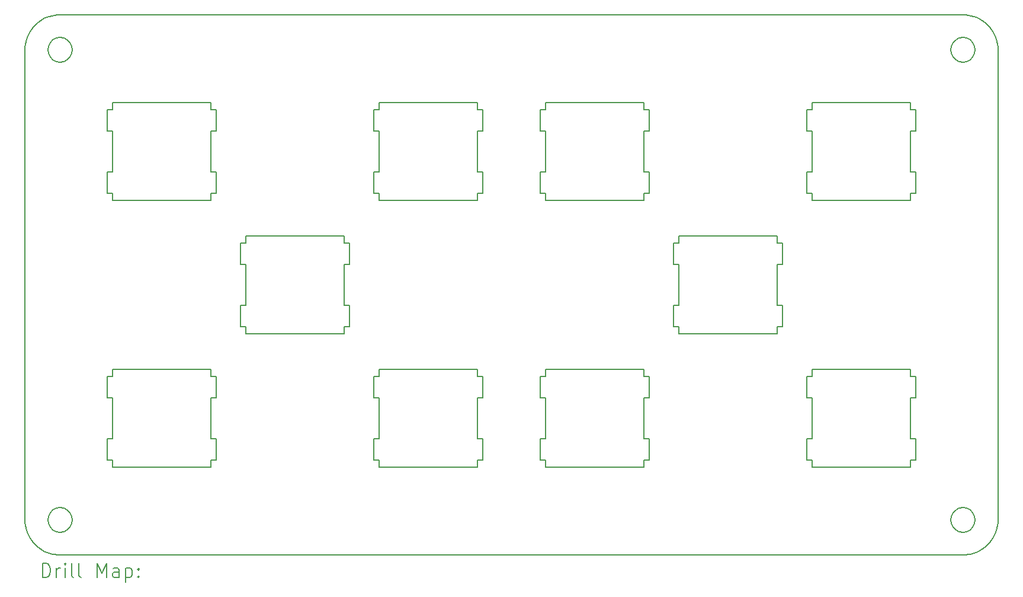
<source format=gbr>
%TF.GenerationSoftware,KiCad,Pcbnew,(6.0.8)*%
%TF.CreationDate,2022-10-26T23:53:49-06:00*%
%TF.ProjectId,plate,706c6174-652e-46b6-9963-61645f706362,rev?*%
%TF.SameCoordinates,Original*%
%TF.FileFunction,Drillmap*%
%TF.FilePolarity,Positive*%
%FSLAX45Y45*%
G04 Gerber Fmt 4.5, Leading zero omitted, Abs format (unit mm)*
G04 Created by KiCad (PCBNEW (6.0.8)) date 2022-10-26 23:53:49*
%MOMM*%
%LPD*%
G01*
G04 APERTURE LIST*
%ADD10C,0.188976*%
%ADD11C,0.200000*%
G04 APERTURE END LIST*
D10*
X17396000Y-9503900D02*
X17396000Y-9503900D01*
X17396000Y-9193900D02*
X17316000Y-9193900D01*
X8048800Y-6397100D02*
X8053400Y-6358100D01*
X15491000Y-12398900D02*
X16891000Y-12398900D01*
X13029800Y-7288900D02*
X13029800Y-7288900D01*
X8048800Y-13190700D02*
X8047200Y-13151400D01*
X8380800Y-6382300D02*
X8380800Y-6382300D01*
X21350700Y-13293000D02*
X21350700Y-13293000D01*
X21595199Y-6333500D02*
X21556500Y-6294800D01*
X10699800Y-8588900D02*
X10699800Y-8588900D01*
X21492799Y-13649900D02*
X21492799Y-13649900D01*
X8469000Y-13645300D02*
X8469000Y-13645300D01*
X11204700Y-10083900D02*
X11124800Y-10083900D01*
X8547300Y-6261400D02*
X8547300Y-6261400D01*
X21747500Y-13556000D02*
X21747500Y-13556000D01*
X8508000Y-13649900D02*
X8469000Y-13645300D01*
X14509799Y-7188900D02*
X14509799Y-7188900D01*
X18876000Y-9193900D02*
X18796000Y-9193900D01*
X15491000Y-8178800D02*
X15491000Y-8178800D01*
X9299800Y-11408900D02*
X9299800Y-11408900D01*
X12684700Y-9193900D02*
X12604700Y-9193900D01*
X14509799Y-7598900D02*
X14589800Y-7598900D01*
X8048800Y-6397100D02*
X8048800Y-6397100D01*
X16891000Y-12398900D02*
X16891000Y-12398900D01*
X13109799Y-8588900D02*
X14509799Y-8588900D01*
X8053400Y-6358100D02*
X8053400Y-6358100D01*
X19221000Y-11408900D02*
X19301000Y-11408900D01*
X8047200Y-13151400D02*
X8047200Y-13151400D01*
X14509799Y-8488900D02*
X14589800Y-8488900D01*
X16971000Y-8178800D02*
X16971000Y-8178800D01*
X16891000Y-7288900D02*
X16891000Y-7288900D01*
X15491000Y-8588900D02*
X15491000Y-8588900D01*
X15491000Y-8488900D02*
X15491000Y-8488900D01*
X10699800Y-10998900D02*
X9299800Y-10998900D01*
X21507699Y-13317900D02*
X21556500Y-13293000D01*
X21556500Y-6294800D02*
X21556500Y-6294800D01*
X8142700Y-6142500D02*
X8167000Y-6111600D01*
X21929100Y-6281800D02*
X21939799Y-6319600D01*
X20780999Y-8178800D02*
X20700999Y-8178800D01*
X10699800Y-12298900D02*
X10779600Y-12298900D01*
X8101700Y-6209400D02*
X8120900Y-6175100D01*
X11204700Y-9503900D02*
X11204700Y-9503900D01*
X11124800Y-10393900D02*
X11204700Y-10393900D01*
X20700999Y-10998900D02*
X20700999Y-10998900D01*
X17396000Y-10493900D02*
X17396000Y-10493900D01*
X10779600Y-11408900D02*
X10779600Y-11098900D01*
X8222500Y-6056100D02*
X8253400Y-6031800D01*
X9299800Y-12398900D02*
X10699800Y-12398900D01*
X21287199Y-13205500D02*
X21287199Y-13205500D01*
X17396000Y-10493900D02*
X18796000Y-10493900D01*
X8142700Y-13445300D02*
X8120900Y-13412700D01*
X8405700Y-13254300D02*
X8444400Y-13293000D01*
X21287199Y-6490400D02*
X21311999Y-6539200D01*
X8405700Y-6333500D02*
X8405700Y-6333500D01*
X8469000Y-5942500D02*
X8508000Y-5937900D01*
X8469000Y-13645300D02*
X8430500Y-13637600D01*
X13109799Y-12298900D02*
X13109799Y-12298900D01*
X9219700Y-11988900D02*
X9219700Y-11988900D01*
X14509799Y-12398900D02*
X14509799Y-12298900D01*
X15491000Y-12298900D02*
X15491000Y-12398900D01*
X21879899Y-6175100D02*
X21879899Y-6175100D01*
X21287199Y-13097400D02*
X21287199Y-13097400D01*
X21915500Y-6245000D02*
X21915500Y-6245000D01*
X14589800Y-8488900D02*
X14589800Y-8488900D01*
X15411000Y-11098900D02*
X15411000Y-11408900D01*
X12604700Y-10083900D02*
X12604700Y-9503900D01*
X19301000Y-7288900D02*
X19221000Y-7288900D01*
X21833799Y-6111600D02*
X21833799Y-6111600D01*
X21595199Y-13254300D02*
X21619999Y-13205500D01*
X10699800Y-11408900D02*
X10779600Y-11408900D01*
X21833799Y-6111600D02*
X21858099Y-6142500D01*
X21287199Y-6382300D02*
X21278599Y-6436400D01*
X8120900Y-13412700D02*
X8120900Y-13412700D01*
X15491000Y-11098900D02*
X15491000Y-11098900D01*
X8405700Y-6333500D02*
X8380800Y-6382300D01*
X10699800Y-8178800D02*
X10699800Y-7598900D01*
X21833799Y-13476200D02*
X21833799Y-13476200D01*
X21507699Y-6269900D02*
X21453599Y-6261400D01*
X8547300Y-6611400D02*
X8601300Y-6602800D01*
X8547300Y-5936300D02*
X21453599Y-5936400D01*
X8085300Y-13342800D02*
X8085300Y-13342800D01*
X16891000Y-8178800D02*
X16891000Y-8178800D01*
X10779600Y-7288900D02*
X10779600Y-7288900D01*
X18876000Y-10393900D02*
X18876000Y-10083900D01*
X8355900Y-5974400D02*
X8355900Y-5974400D01*
X21287199Y-6382300D02*
X21287199Y-6382300D01*
X21899099Y-6209400D02*
X21915500Y-6245000D01*
X21350700Y-13009900D02*
X21350700Y-13009900D01*
X21953599Y-13151500D02*
X21953599Y-13151500D01*
X21595199Y-6539200D02*
X21619999Y-6490400D01*
X12604700Y-10493900D02*
X12604700Y-10393900D01*
X21778300Y-6056100D02*
X21807200Y-6082800D01*
X18876000Y-10083900D02*
X18796000Y-10083900D01*
X10779600Y-12298900D02*
X10779600Y-11988900D01*
X8380800Y-13097400D02*
X8380800Y-13097400D01*
X10699800Y-11988900D02*
X10699800Y-11988900D01*
X18796000Y-9193900D02*
X18796000Y-9193900D01*
X20700999Y-11408900D02*
X20700999Y-11408900D01*
X21350700Y-6294800D02*
X21350700Y-6294800D01*
X21619999Y-6490400D02*
X21628599Y-6436400D01*
X8085300Y-6245000D02*
X8101700Y-6209400D01*
X8508000Y-5937900D02*
X8547300Y-5936300D01*
X8380800Y-6490400D02*
X8380800Y-6490400D01*
X14509799Y-8588900D02*
X14509799Y-8488900D01*
X21628599Y-13151500D02*
X21619999Y-13097400D01*
X21644900Y-5974400D02*
X21644900Y-5974400D01*
X8320300Y-5990800D02*
X8355900Y-5974400D01*
X21531799Y-13645300D02*
X21531799Y-13645300D01*
X9299800Y-7288900D02*
X9299800Y-7288900D01*
X13109799Y-8178800D02*
X13029800Y-8178800D01*
X21858099Y-6142500D02*
X21879899Y-6175100D01*
X19301000Y-7188900D02*
X19301000Y-7288900D01*
X9299800Y-10998900D02*
X9299800Y-11098900D01*
X21399499Y-6602800D02*
X21399499Y-6602800D01*
X8053400Y-6358100D02*
X8061100Y-6319600D01*
X8071700Y-6281800D02*
X8085300Y-6245000D01*
X14509799Y-10998900D02*
X13109799Y-10998900D01*
X8547300Y-12976500D02*
X8493200Y-12985000D01*
X8047300Y-6436400D02*
X8048800Y-6397100D01*
X18876000Y-9503900D02*
X18876000Y-9503900D01*
X21531799Y-5942500D02*
X21531799Y-5942500D01*
X8355900Y-5974400D02*
X8392700Y-5960800D01*
X21929100Y-13306000D02*
X21915500Y-13342800D01*
X21453599Y-6261400D02*
X21399499Y-6269900D01*
X8444400Y-6294800D02*
X8405700Y-6333500D01*
X11124800Y-9193900D02*
X11124800Y-9503900D01*
X21644900Y-5974400D02*
X21680600Y-5990800D01*
X8601300Y-6269900D02*
X8547300Y-6261400D01*
X10699800Y-8588900D02*
X10699800Y-8488900D01*
X21952099Y-13190700D02*
X21952099Y-13190700D01*
X11204700Y-9193900D02*
X11124800Y-9193900D01*
X8372300Y-13151500D02*
X8380800Y-13205500D01*
X8601300Y-6602800D02*
X8650100Y-6577900D01*
X13109799Y-11098900D02*
X13109799Y-11098900D01*
X18876000Y-9503900D02*
X18876000Y-9193900D01*
X8547300Y-13326500D02*
X8547300Y-13326500D01*
X21939799Y-13268200D02*
X21929100Y-13306000D01*
X8380800Y-6490400D02*
X8405700Y-6539200D01*
X18876000Y-9193900D02*
X18876000Y-9193900D01*
X8167000Y-6111600D02*
X8167000Y-6111600D01*
X15491000Y-7288900D02*
X15491000Y-7288900D01*
X19301000Y-12298900D02*
X19301000Y-12398900D01*
X20700999Y-7288900D02*
X20700999Y-7188900D01*
X9219700Y-7598900D02*
X9299800Y-7598900D01*
X20700999Y-7598900D02*
X20700999Y-7598900D01*
X15491000Y-7288900D02*
X15411000Y-7288900D01*
X21350700Y-13009900D02*
X21311999Y-13048600D01*
X8193700Y-13505000D02*
X8193700Y-13505000D01*
X17396000Y-10393900D02*
X17396000Y-10393900D01*
X8713700Y-6382300D02*
X8713700Y-6382300D01*
X8142700Y-6142500D02*
X8142700Y-6142500D01*
X8547300Y-13651500D02*
X8547300Y-13651500D01*
X21278599Y-6436400D02*
X21278599Y-6436400D01*
X11124800Y-9193900D02*
X11124800Y-9193900D01*
X8405700Y-6539200D02*
X8405700Y-6539200D01*
X8601300Y-6269900D02*
X8601300Y-6269900D01*
X21278599Y-6436400D02*
X21287199Y-6490400D01*
X10699800Y-7288900D02*
X10699800Y-7288900D01*
X14589800Y-11408900D02*
X14589800Y-11098900D01*
X19301000Y-12298900D02*
X19301000Y-12298900D01*
X16891000Y-11408900D02*
X16891000Y-11408900D01*
X14509799Y-10998900D02*
X14509799Y-10998900D01*
X16971000Y-7288900D02*
X16891000Y-7288900D01*
X8405700Y-13048600D02*
X8380800Y-13097400D01*
X13109799Y-12398900D02*
X13109799Y-12398900D01*
X16971000Y-11098900D02*
X16971000Y-11098900D01*
X12684700Y-10393900D02*
X12684700Y-10393900D01*
X16971000Y-11988900D02*
X16971000Y-11988900D01*
X11124800Y-9503900D02*
X11204700Y-9503900D01*
X15491000Y-12398900D02*
X15491000Y-12398900D01*
X20780999Y-11408900D02*
X20780999Y-11408900D01*
X21531799Y-13645300D02*
X21492799Y-13649900D01*
X13109799Y-11408900D02*
X13109799Y-11408900D01*
X21507699Y-12985000D02*
X21507699Y-12985000D01*
X21879899Y-6175100D02*
X21899099Y-6209400D01*
X9219700Y-12298900D02*
X9299800Y-12298900D01*
X8430500Y-13637600D02*
X8392700Y-13627000D01*
X9219700Y-7288900D02*
X9219700Y-7598900D01*
X21833799Y-13476200D02*
X21807200Y-13505000D01*
X21350700Y-13293000D02*
X21399499Y-13317900D01*
X21595199Y-6539200D02*
X21595199Y-6539200D01*
X8193700Y-13505000D02*
X8167000Y-13476200D01*
X13029800Y-7288900D02*
X13029800Y-7598900D01*
X13109799Y-8588900D02*
X13109799Y-8588900D01*
X19301000Y-7598900D02*
X19301000Y-8178800D01*
X11124800Y-9503900D02*
X11124800Y-9503900D01*
X15411000Y-7598900D02*
X15411000Y-7598900D01*
X16891000Y-11098900D02*
X16891000Y-10998900D01*
X8601300Y-13317900D02*
X8650100Y-13293000D01*
X9299800Y-7598900D02*
X9299800Y-8178800D01*
X14509799Y-8588900D02*
X14509799Y-8588900D01*
X8380800Y-6382300D02*
X8372300Y-6436400D01*
X14589800Y-12298900D02*
X14589800Y-11988900D01*
X16971000Y-7598900D02*
X16971000Y-7288900D01*
X8444400Y-13009900D02*
X8444400Y-13009900D01*
X19301000Y-8488900D02*
X19301000Y-8488900D01*
X18796000Y-9093900D02*
X18796000Y-9093900D01*
X8101700Y-6209400D02*
X8101700Y-6209400D01*
X10779600Y-12298900D02*
X10779600Y-12298900D01*
X21570300Y-5950200D02*
X21608099Y-5960800D01*
X21899099Y-6209400D02*
X21899099Y-6209400D01*
X16891000Y-7288900D02*
X16891000Y-7188900D01*
X21453599Y-12976500D02*
X21453599Y-12976500D01*
X18796000Y-10393900D02*
X18796000Y-10393900D01*
X20700999Y-12298900D02*
X20700999Y-12298900D01*
X15491000Y-11408900D02*
X15491000Y-11988900D01*
X21952099Y-6397100D02*
X21952099Y-6397100D01*
X9299800Y-11098900D02*
X9219700Y-11098900D01*
X8355900Y-13613400D02*
X8320300Y-13597000D01*
X21899099Y-13378400D02*
X21899099Y-13378400D01*
X10699800Y-7598900D02*
X10699800Y-7598900D01*
X8722300Y-6436400D02*
X8713700Y-6382300D01*
X15491000Y-8588900D02*
X16891000Y-8588900D01*
X8120900Y-13412700D02*
X8101700Y-13378400D01*
X19301000Y-11988900D02*
X19301000Y-11988900D01*
X9299800Y-8588900D02*
X9299800Y-8588900D01*
X21570300Y-5950200D02*
X21570300Y-5950200D01*
X20700999Y-11988900D02*
X20700999Y-11988900D01*
X19301000Y-8178800D02*
X19301000Y-8178800D01*
X13029800Y-12298900D02*
X13029800Y-12298900D01*
X20700999Y-11988900D02*
X20700999Y-11408900D01*
X10779600Y-8488900D02*
X10779600Y-8178800D01*
X21311999Y-6539200D02*
X21311999Y-6539200D01*
X8286000Y-6010000D02*
X8320300Y-5990800D01*
X15491000Y-8178800D02*
X15411000Y-8178800D01*
X9299800Y-11098900D02*
X9299800Y-11098900D01*
X8508000Y-13649900D02*
X8508000Y-13649900D01*
X13109799Y-11098900D02*
X13029800Y-11098900D01*
X18796000Y-9093900D02*
X17396000Y-9093900D01*
X15411000Y-7288900D02*
X15411000Y-7288900D01*
X8688800Y-6333500D02*
X8688800Y-6333500D01*
X17316000Y-10083900D02*
X17316000Y-10393900D01*
X13029800Y-8488900D02*
X13029800Y-8488900D01*
X21595199Y-13048600D02*
X21556500Y-13009900D01*
X10699800Y-11988900D02*
X10699800Y-11408900D01*
X20780999Y-11988900D02*
X20780999Y-11988900D01*
X8071700Y-13306000D02*
X8061100Y-13268200D01*
X15491000Y-11098900D02*
X15411000Y-11098900D01*
X15411000Y-8488900D02*
X15411000Y-8488900D01*
X13029800Y-11988900D02*
X13029800Y-12298900D01*
X8493200Y-13317900D02*
X8493200Y-13317900D01*
X14509799Y-11988900D02*
X14509799Y-11408900D01*
X17396000Y-9093900D02*
X17396000Y-9193900D01*
X8320300Y-13597000D02*
X8286000Y-13577800D01*
X8320300Y-13597000D02*
X8320300Y-13597000D01*
X8101700Y-13378400D02*
X8085300Y-13342800D01*
X17396000Y-9503900D02*
X17396000Y-10083900D01*
X19221000Y-11098900D02*
X19221000Y-11408900D01*
X9299800Y-11988900D02*
X9219700Y-11988900D01*
X21747500Y-6031800D02*
X21747500Y-6031800D01*
X14589800Y-11098900D02*
X14509799Y-11098900D01*
X13029800Y-8178800D02*
X13029800Y-8178800D01*
X21492799Y-5937900D02*
X21492799Y-5937900D01*
X9299800Y-7598900D02*
X9299800Y-7598900D01*
X15411000Y-12298900D02*
X15411000Y-12298900D01*
X20780999Y-7598900D02*
X20780999Y-7598900D01*
X16891000Y-8488900D02*
X16891000Y-8488900D01*
X15491000Y-11988900D02*
X15411000Y-11988900D01*
X21714799Y-6010000D02*
X21747500Y-6031800D01*
X8392700Y-13627000D02*
X8392700Y-13627000D01*
X8722300Y-13151500D02*
X8722300Y-13151500D01*
X8085300Y-6245000D02*
X8085300Y-6245000D01*
X14509799Y-11098900D02*
X14509799Y-10998900D01*
X14589800Y-8178800D02*
X14509799Y-8178800D01*
X9299800Y-8178800D02*
X9299800Y-8178800D01*
X8713700Y-6490400D02*
X8713700Y-6490400D01*
X16891000Y-12398900D02*
X16891000Y-12298900D01*
X21570300Y-13637600D02*
X21570300Y-13637600D01*
X9219700Y-8488900D02*
X9299800Y-8488900D01*
X21311999Y-13254300D02*
X21350700Y-13293000D01*
X12604700Y-9093900D02*
X12604700Y-9093900D01*
X8222500Y-13531700D02*
X8193700Y-13505000D01*
X15411000Y-11098900D02*
X15411000Y-11098900D01*
X13029800Y-12298900D02*
X13109799Y-12298900D01*
X15491000Y-7598900D02*
X15491000Y-7598900D01*
X15411000Y-7288900D02*
X15411000Y-7598900D01*
X12684700Y-9503900D02*
X12684700Y-9503900D01*
X21399499Y-12985000D02*
X21350700Y-13009900D01*
X19301000Y-11988900D02*
X19221000Y-11988900D01*
X14589800Y-11098900D02*
X14589800Y-11098900D01*
X10699800Y-7288900D02*
X10699800Y-7188900D01*
X19301000Y-10998900D02*
X19301000Y-11098900D01*
X19221000Y-12298900D02*
X19221000Y-12298900D01*
X15491000Y-7188900D02*
X15491000Y-7288900D01*
X15411000Y-8178800D02*
X15411000Y-8488900D01*
X20780999Y-12298900D02*
X20780999Y-12298900D01*
X18796000Y-10083900D02*
X18796000Y-10083900D01*
X11124800Y-10393900D02*
X11124800Y-10393900D01*
X9299800Y-11408900D02*
X9299800Y-11988900D01*
X9299800Y-8488900D02*
X9299800Y-8488900D01*
X16971000Y-11098900D02*
X16891000Y-11098900D01*
X16971000Y-11408900D02*
X16971000Y-11098900D01*
X19221000Y-11988900D02*
X19221000Y-12298900D01*
X19301000Y-12398900D02*
X20700999Y-12398900D01*
X10699800Y-11098900D02*
X10699800Y-11098900D01*
X8320300Y-5990800D02*
X8320300Y-5990800D01*
X8688800Y-6333500D02*
X8650100Y-6294800D01*
X14589800Y-7288900D02*
X14589800Y-7288900D01*
X13109799Y-12298900D02*
X13109799Y-12398900D01*
X21947400Y-13229700D02*
X21947400Y-13229700D01*
X20700999Y-12298900D02*
X20780999Y-12298900D01*
X17316000Y-10393900D02*
X17396000Y-10393900D01*
X11204700Y-10493900D02*
X11204700Y-10493900D01*
X21680600Y-13597000D02*
X21680600Y-13597000D01*
X15491000Y-11408900D02*
X15491000Y-11408900D01*
X16891000Y-7188900D02*
X15491000Y-7188900D01*
X11124800Y-10083900D02*
X11124800Y-10083900D01*
X11204700Y-10083900D02*
X11204700Y-10083900D01*
X21939799Y-6319600D02*
X21939799Y-6319600D01*
X8469000Y-5942500D02*
X8469000Y-5942500D01*
X16891000Y-7598900D02*
X16891000Y-7598900D01*
X21453599Y-13651500D02*
X8547300Y-13651500D01*
X15491000Y-7598900D02*
X15491000Y-8178800D01*
X8493200Y-6602800D02*
X8547300Y-6611400D01*
X8650100Y-6294800D02*
X8601300Y-6269900D01*
X8053400Y-13229700D02*
X8053400Y-13229700D01*
X8193700Y-6082800D02*
X8193700Y-6082800D01*
X20700999Y-11098900D02*
X20700999Y-11098900D01*
X13029800Y-11098900D02*
X13029800Y-11408900D01*
X8061100Y-13268200D02*
X8061100Y-13268200D01*
X12684700Y-10083900D02*
X12684700Y-10083900D01*
X21858099Y-13445300D02*
X21833799Y-13476200D01*
X10779600Y-11988900D02*
X10779600Y-11988900D01*
X16891000Y-12298900D02*
X16971000Y-12298900D01*
X11124800Y-10083900D02*
X11124800Y-10393900D01*
X8547300Y-6611400D02*
X8547300Y-6611400D01*
X8048800Y-13190700D02*
X8048800Y-13190700D01*
X8167000Y-13476200D02*
X8142700Y-13445300D01*
X20780999Y-7288900D02*
X20780999Y-7288900D01*
X21807200Y-13505000D02*
X21778300Y-13531700D01*
X21619999Y-6382300D02*
X21619999Y-6382300D01*
X15491000Y-11988900D02*
X15491000Y-11988900D01*
X8601300Y-13317900D02*
X8601300Y-13317900D01*
X8430500Y-5950200D02*
X8430500Y-5950200D01*
X8253400Y-13556000D02*
X8253400Y-13556000D01*
X19301000Y-11098900D02*
X19301000Y-11098900D01*
X16891000Y-7188900D02*
X16891000Y-7188900D01*
X19301000Y-7288900D02*
X19301000Y-7288900D01*
X8444400Y-13293000D02*
X8444400Y-13293000D01*
X17316000Y-9503900D02*
X17316000Y-9503900D01*
X12684700Y-9193900D02*
X12684700Y-9193900D01*
X14509799Y-8178800D02*
X14509799Y-7598900D01*
X16891000Y-11098900D02*
X16891000Y-11098900D01*
X12684700Y-10393900D02*
X12684700Y-10083900D01*
X8071700Y-13306000D02*
X8071700Y-13306000D01*
X8713700Y-6382300D02*
X8688800Y-6333500D01*
X20700999Y-8588900D02*
X20700999Y-8488900D01*
X21556500Y-6577900D02*
X21595199Y-6539200D01*
X21939799Y-13268200D02*
X21939799Y-13268200D01*
X13109799Y-11408900D02*
X13109799Y-11988900D01*
X8222500Y-13531700D02*
X8222500Y-13531700D01*
X19301000Y-11098900D02*
X19221000Y-11098900D01*
X21778300Y-13531700D02*
X21778300Y-13531700D01*
X19221000Y-11408900D02*
X19221000Y-11408900D01*
X9219700Y-7288900D02*
X9219700Y-7288900D01*
X21453599Y-6611400D02*
X21453599Y-6611400D01*
X14509799Y-12298900D02*
X14589800Y-12298900D01*
X14509799Y-11408900D02*
X14589800Y-11408900D01*
X21778300Y-13531700D02*
X21747500Y-13556000D01*
X8547300Y-12976500D02*
X8547300Y-12976500D01*
X14509799Y-7288900D02*
X14509799Y-7188900D01*
X21287199Y-13097400D02*
X21278599Y-13151500D01*
X20700999Y-8488900D02*
X20780999Y-8488900D01*
X14589800Y-7288900D02*
X14509799Y-7288900D01*
X21453599Y-6261400D02*
X21453599Y-6261400D01*
X8286000Y-13577800D02*
X8253400Y-13556000D01*
X8688800Y-13254300D02*
X8713700Y-13205500D01*
X14589800Y-11988900D02*
X14509799Y-11988900D01*
X21915500Y-13342800D02*
X21899099Y-13378400D01*
X16891000Y-11988900D02*
X16891000Y-11408900D01*
X18796000Y-10493900D02*
X18796000Y-10393900D01*
X21915500Y-13342800D02*
X21915500Y-13342800D01*
X21929100Y-6281800D02*
X21929100Y-6281800D01*
X18796000Y-9193900D02*
X18796000Y-9093900D01*
X8372300Y-6436400D02*
X8372300Y-6436400D01*
X20700999Y-7288900D02*
X20700999Y-7288900D01*
X13029800Y-8488900D02*
X13109799Y-8488900D01*
X20780999Y-7288900D02*
X20700999Y-7288900D01*
X19301000Y-11408900D02*
X19301000Y-11988900D01*
X21556500Y-13293000D02*
X21595199Y-13254300D01*
X18876000Y-10393900D02*
X18876000Y-10393900D01*
X21350700Y-6577900D02*
X21350700Y-6577900D01*
X10779600Y-11988900D02*
X10699800Y-11988900D01*
X9219700Y-11408900D02*
X9299800Y-11408900D01*
X15491000Y-8488900D02*
X15491000Y-8588900D01*
X21939799Y-6319600D02*
X21947400Y-6358100D01*
X20780999Y-7598900D02*
X20780999Y-7288900D01*
X8142700Y-13445300D02*
X8142700Y-13445300D01*
X20700999Y-7598900D02*
X20780999Y-7598900D01*
X11204700Y-10393900D02*
X11204700Y-10393900D01*
X14589800Y-8178800D02*
X14589800Y-8178800D01*
X14509799Y-8488900D02*
X14509799Y-8488900D01*
X19221000Y-8178800D02*
X19221000Y-8178800D01*
X11204700Y-10393900D02*
X11204700Y-10493900D01*
X18796000Y-9503900D02*
X18876000Y-9503900D01*
X18796000Y-10083900D02*
X18796000Y-9503900D01*
X8688800Y-13048600D02*
X8650100Y-13009900D01*
X8547300Y-5936300D02*
X8547300Y-5936300D01*
X21953599Y-6436400D02*
X21953599Y-13151500D01*
X8193700Y-6082800D02*
X8222500Y-6056100D01*
X13109799Y-7598900D02*
X13109799Y-8178800D01*
X9299800Y-7188900D02*
X9299800Y-7288900D01*
X19221000Y-7598900D02*
X19221000Y-7598900D01*
X9299800Y-12398900D02*
X9299800Y-12398900D01*
X8650100Y-13293000D02*
X8650100Y-13293000D01*
X20700999Y-10998900D02*
X19301000Y-10998900D01*
X21628599Y-6436400D02*
X21619999Y-6382300D01*
X10779600Y-8178800D02*
X10699800Y-8178800D01*
X9219700Y-7598900D02*
X9219700Y-7598900D01*
X14589800Y-12298900D02*
X14589800Y-12298900D01*
X20780999Y-8488900D02*
X20780999Y-8178800D01*
X9219700Y-11098900D02*
X9219700Y-11098900D01*
X21507699Y-6269900D02*
X21507699Y-6269900D01*
X12684700Y-10083900D02*
X12604700Y-10083900D01*
X21680600Y-5990800D02*
X21680600Y-5990800D01*
X20700999Y-8588900D02*
X20700999Y-8588900D01*
X8601300Y-12985000D02*
X8601300Y-12985000D01*
X21680600Y-5990800D02*
X21714799Y-6010000D01*
X19221000Y-11098900D02*
X19221000Y-11098900D01*
X8688800Y-6539200D02*
X8713700Y-6490400D01*
X8493200Y-6602800D02*
X8493200Y-6602800D01*
X9299800Y-11988900D02*
X9299800Y-11988900D01*
X9219700Y-11408900D02*
X9219700Y-11408900D01*
X21311999Y-13048600D02*
X21311999Y-13048600D01*
X16891000Y-12298900D02*
X16891000Y-12298900D01*
X20780999Y-12298900D02*
X20780999Y-11988900D01*
X13109799Y-7188900D02*
X13109799Y-7288900D01*
X20700999Y-11408900D02*
X20780999Y-11408900D01*
X21453599Y-6611400D02*
X21507699Y-6602800D01*
X21278599Y-13151500D02*
X21278599Y-13151500D01*
X21556500Y-6577900D02*
X21556500Y-6577900D01*
X10699800Y-10998900D02*
X10699800Y-10998900D01*
X21714799Y-13577800D02*
X21714799Y-13577800D01*
X13109799Y-11988900D02*
X13029800Y-11988900D01*
X14589800Y-11988900D02*
X14589800Y-11988900D01*
X15411000Y-8488900D02*
X15491000Y-8488900D01*
X21311999Y-6333500D02*
X21311999Y-6333500D01*
X20780999Y-11408900D02*
X20780999Y-11098900D01*
X15491000Y-12298900D02*
X15491000Y-12298900D01*
X8650100Y-6577900D02*
X8688800Y-6539200D01*
X8650100Y-6577900D02*
X8650100Y-6577900D01*
X18796000Y-10493900D02*
X18796000Y-10493900D01*
X19221000Y-11988900D02*
X19221000Y-11988900D01*
X14509799Y-12398900D02*
X14509799Y-12398900D01*
X16971000Y-8488900D02*
X16971000Y-8488900D01*
X21507699Y-12985000D02*
X21453599Y-12976500D01*
X21714799Y-13577800D02*
X21680600Y-13597000D01*
X8085300Y-13342800D02*
X8071700Y-13306000D01*
X8120900Y-6175100D02*
X8120900Y-6175100D01*
X13029800Y-11098900D02*
X13029800Y-11098900D01*
X20700999Y-12398900D02*
X20700999Y-12298900D01*
X21947400Y-6358100D02*
X21947400Y-6358100D01*
X8444400Y-13009900D02*
X8405700Y-13048600D01*
X10699800Y-12298900D02*
X10699800Y-12298900D01*
X8547300Y-13326500D02*
X8601300Y-13317900D01*
X13029800Y-11988900D02*
X13029800Y-11988900D01*
X15411000Y-11408900D02*
X15411000Y-11408900D01*
X12604700Y-9093900D02*
X11204700Y-9093900D01*
X16891000Y-10998900D02*
X16891000Y-10998900D01*
X19221000Y-7288900D02*
X19221000Y-7598900D01*
X15491000Y-10998900D02*
X15491000Y-11098900D01*
X10779600Y-7598900D02*
X10779600Y-7288900D01*
X8722300Y-13151500D02*
X8713700Y-13097400D01*
X15411000Y-11988900D02*
X15411000Y-12298900D01*
X20780999Y-11988900D02*
X20700999Y-11988900D01*
X21492799Y-5937900D02*
X21531799Y-5942500D01*
X21608099Y-5960800D02*
X21644900Y-5974400D01*
X20700999Y-8178800D02*
X20700999Y-7598900D01*
X9219700Y-11988900D02*
X9219700Y-12298900D01*
X16971000Y-8178800D02*
X16891000Y-8178800D01*
X21492799Y-13649900D02*
X21453599Y-13651500D01*
X17396000Y-10083900D02*
X17316000Y-10083900D01*
X16891000Y-11408900D02*
X16971000Y-11408900D01*
X21628599Y-6436400D02*
X21628599Y-6436400D01*
X16971000Y-11988900D02*
X16891000Y-11988900D01*
X20700999Y-8488900D02*
X20700999Y-8488900D01*
X21947400Y-13229700D02*
X21939799Y-13268200D01*
X8253400Y-13556000D02*
X8222500Y-13531700D01*
X10699800Y-7188900D02*
X10699800Y-7188900D01*
X21350700Y-6577900D02*
X21399499Y-6602800D01*
X21899099Y-13378400D02*
X21879899Y-13412700D01*
X8380800Y-13205500D02*
X8380800Y-13205500D01*
X13109799Y-8488900D02*
X13109799Y-8588900D01*
X12604700Y-10493900D02*
X12604700Y-10493900D01*
X21879899Y-13412700D02*
X21879899Y-13412700D01*
X8650100Y-13293000D02*
X8688800Y-13254300D01*
X13109799Y-11988900D02*
X13109799Y-11988900D01*
X21570300Y-13637600D02*
X21531799Y-13645300D01*
X17396000Y-10393900D02*
X17396000Y-10493900D01*
X10779600Y-11098900D02*
X10779600Y-11098900D01*
X10699800Y-12398900D02*
X10699800Y-12398900D01*
X8688800Y-6539200D02*
X8688800Y-6539200D01*
X12604700Y-10083900D02*
X12604700Y-10083900D01*
X21644900Y-13613400D02*
X21644900Y-13613400D01*
X11204700Y-9503900D02*
X11204700Y-10083900D01*
X8405700Y-13254300D02*
X8405700Y-13254300D01*
X17316000Y-9503900D02*
X17396000Y-9503900D01*
X14509799Y-7288900D02*
X14509799Y-7288900D01*
X14509799Y-7598900D02*
X14509799Y-7598900D01*
X13029800Y-8178800D02*
X13029800Y-8488900D01*
X8650100Y-6294800D02*
X8650100Y-6294800D01*
X8405700Y-13048600D02*
X8405700Y-13048600D01*
X16971000Y-7598900D02*
X16971000Y-7598900D01*
X9299800Y-12298900D02*
X9299800Y-12298900D01*
X8722300Y-6436400D02*
X8722300Y-6436400D01*
X21807200Y-13505000D02*
X21807200Y-13505000D01*
X14589800Y-7598900D02*
X14589800Y-7288900D01*
X14509799Y-11098900D02*
X14509799Y-11098900D01*
X21953599Y-13151500D02*
X21952099Y-13190700D01*
X8047200Y-13151400D02*
X8047300Y-6436400D01*
X17396000Y-10083900D02*
X17396000Y-10083900D01*
X21556500Y-13009900D02*
X21507699Y-12985000D01*
X21619999Y-6490400D02*
X21619999Y-6490400D01*
X10779600Y-11098900D02*
X10699800Y-11098900D01*
X8101700Y-13378400D02*
X8101700Y-13378400D01*
X8053400Y-13229700D02*
X8048800Y-13190700D01*
X17396000Y-9193900D02*
X17396000Y-9193900D01*
X21311999Y-6333500D02*
X21287199Y-6382300D01*
X8547300Y-6261400D02*
X8493200Y-6269900D01*
X8286000Y-13577800D02*
X8286000Y-13577800D01*
X13109799Y-7288900D02*
X13029800Y-7288900D01*
X21952099Y-13190700D02*
X21947400Y-13229700D01*
X8508000Y-5937900D02*
X8508000Y-5937900D01*
X21952099Y-6397100D02*
X21953599Y-6436400D01*
X9219700Y-8178800D02*
X9219700Y-8488900D01*
X14509799Y-7188900D02*
X13109799Y-7188900D01*
X8444400Y-6577900D02*
X8444400Y-6577900D01*
X20700999Y-8178800D02*
X20700999Y-8178800D01*
X19221000Y-7598900D02*
X19301000Y-7598900D01*
X19301000Y-8178800D02*
X19221000Y-8178800D01*
X21807200Y-6082800D02*
X21807200Y-6082800D01*
X19301000Y-8488900D02*
X19301000Y-8588900D01*
X14589800Y-11408900D02*
X14589800Y-11408900D01*
X9219700Y-8488900D02*
X9219700Y-8488900D01*
X20780999Y-11098900D02*
X20780999Y-11098900D01*
X8405700Y-6539200D02*
X8444400Y-6577900D01*
X8061100Y-6319600D02*
X8071700Y-6281800D01*
X9299800Y-8588900D02*
X10699800Y-8588900D01*
X13109799Y-12398900D02*
X14509799Y-12398900D01*
X13029800Y-7598900D02*
X13109799Y-7598900D01*
X21399499Y-6602800D02*
X21453599Y-6611400D01*
X21947400Y-6358100D02*
X21952099Y-6397100D01*
X14509799Y-12298900D02*
X14509799Y-12298900D01*
X8047300Y-6436400D02*
X8047300Y-6436400D01*
X21619999Y-13205500D02*
X21619999Y-13205500D01*
X21399499Y-6269900D02*
X21350700Y-6294800D01*
X16971000Y-8488900D02*
X16971000Y-8178800D01*
X13029800Y-11408900D02*
X13109799Y-11408900D01*
X13109799Y-7598900D02*
X13109799Y-7598900D01*
X21287199Y-6490400D02*
X21287199Y-6490400D01*
X8372300Y-6436400D02*
X8380800Y-6490400D01*
X21453599Y-13326500D02*
X21453599Y-13326500D01*
X8444400Y-13293000D02*
X8493200Y-13317900D01*
X21608099Y-13627000D02*
X21570300Y-13637600D01*
X11204700Y-9093900D02*
X11204700Y-9193900D01*
X21747500Y-6031800D02*
X21778300Y-6056100D01*
X8392700Y-5960800D02*
X8392700Y-5960800D01*
X20780999Y-8178800D02*
X20780999Y-8178800D01*
X16891000Y-10998900D02*
X15491000Y-10998900D01*
X8372300Y-13151500D02*
X8372300Y-13151500D01*
X21531799Y-5942500D02*
X21570300Y-5950200D01*
X21399499Y-13317900D02*
X21399499Y-13317900D01*
X10699800Y-7598900D02*
X10779600Y-7598900D01*
X15411000Y-11408900D02*
X15491000Y-11408900D01*
X9219700Y-11098900D02*
X9219700Y-11408900D01*
X20700999Y-7188900D02*
X19301000Y-7188900D01*
X21556500Y-6294800D02*
X21507699Y-6269900D01*
X13029800Y-11408900D02*
X13029800Y-11408900D01*
X8253400Y-6031800D02*
X8253400Y-6031800D01*
X21399499Y-13317900D02*
X21453599Y-13326500D01*
X20780999Y-11098900D02*
X20700999Y-11098900D01*
X8380800Y-13205500D02*
X8405700Y-13254300D01*
X16971000Y-12298900D02*
X16971000Y-11988900D01*
X8355900Y-13613400D02*
X8355900Y-13613400D01*
X19221000Y-8488900D02*
X19301000Y-8488900D01*
X19301000Y-8588900D02*
X20700999Y-8588900D01*
X21778300Y-6056100D02*
X21778300Y-6056100D01*
X8061100Y-6319600D02*
X8061100Y-6319600D01*
X21311999Y-13048600D02*
X21287199Y-13097400D01*
X13109799Y-8488900D02*
X13109799Y-8488900D01*
X13109799Y-10998900D02*
X13109799Y-11098900D01*
X21747500Y-13556000D02*
X21714799Y-13577800D01*
X11204700Y-9193900D02*
X11204700Y-9193900D01*
X16971000Y-7288900D02*
X16971000Y-7288900D01*
X8713700Y-13205500D02*
X8713700Y-13205500D01*
X9299800Y-7288900D02*
X9219700Y-7288900D01*
X15411000Y-8178800D02*
X15411000Y-8178800D01*
X21953599Y-6436400D02*
X21953599Y-6436400D01*
X19221000Y-8488900D02*
X19221000Y-8488900D01*
X21453599Y-5936400D02*
X21492799Y-5937900D01*
X8430500Y-5950200D02*
X8469000Y-5942500D01*
X13109799Y-7288900D02*
X13109799Y-7288900D01*
X8071700Y-6281800D02*
X8071700Y-6281800D01*
X19221000Y-7288900D02*
X19221000Y-7288900D01*
X8392700Y-13627000D02*
X8355900Y-13613400D01*
X8713700Y-6490400D02*
X8722300Y-6436400D01*
X15411000Y-11988900D02*
X15411000Y-11988900D01*
X20780999Y-8488900D02*
X20780999Y-8488900D01*
X8392700Y-5960800D02*
X8430500Y-5950200D01*
X8222500Y-6056100D02*
X8222500Y-6056100D01*
X8493200Y-13317900D02*
X8547300Y-13326500D01*
X12684700Y-9503900D02*
X12684700Y-9193900D01*
X17316000Y-10393900D02*
X17316000Y-10393900D01*
X19221000Y-12298900D02*
X19301000Y-12298900D01*
X21350700Y-6294800D02*
X21311999Y-6333500D01*
X8688800Y-13254300D02*
X8688800Y-13254300D01*
X8601300Y-12985000D02*
X8547300Y-12976500D01*
X20700999Y-7188900D02*
X20700999Y-7188900D01*
X8601300Y-6602800D02*
X8601300Y-6602800D01*
X15411000Y-7598900D02*
X15491000Y-7598900D01*
X20700999Y-11098900D02*
X20700999Y-10998900D01*
X12604700Y-9503900D02*
X12604700Y-9503900D01*
X16891000Y-11988900D02*
X16891000Y-11988900D01*
X21556500Y-13009900D02*
X21556500Y-13009900D01*
X8167000Y-13476200D02*
X8167000Y-13476200D01*
X10779600Y-7288900D02*
X10699800Y-7288900D01*
X19301000Y-12398900D02*
X19301000Y-12398900D01*
X14509799Y-11408900D02*
X14509799Y-11408900D01*
X9299800Y-8178800D02*
X9219700Y-8178800D01*
X21858099Y-6142500D02*
X21858099Y-6142500D01*
X18876000Y-10083900D02*
X18876000Y-10083900D01*
X21507699Y-13317900D02*
X21507699Y-13317900D01*
X13109799Y-8178800D02*
X13109799Y-8178800D01*
X8120900Y-6175100D02*
X8142700Y-6142500D01*
X8430500Y-13637600D02*
X8430500Y-13637600D01*
X21619999Y-13205500D02*
X21628599Y-13151500D01*
X9299800Y-8488900D02*
X9299800Y-8588900D01*
X8286000Y-6010000D02*
X8286000Y-6010000D01*
X10779600Y-11408900D02*
X10779600Y-11408900D01*
X21714799Y-6010000D02*
X21714799Y-6010000D01*
X17316000Y-9193900D02*
X17316000Y-9503900D01*
X18796000Y-9503900D02*
X18796000Y-9503900D01*
X21453599Y-13651500D02*
X21453599Y-13651500D01*
X19221000Y-8178800D02*
X19221000Y-8488900D01*
X21619999Y-13097400D02*
X21619999Y-13097400D01*
X21628599Y-13151500D02*
X21628599Y-13151500D01*
X14509799Y-8178800D02*
X14509799Y-8178800D01*
X21858099Y-13445300D02*
X21858099Y-13445300D01*
X8380800Y-13097400D02*
X8372300Y-13151500D01*
X10699800Y-8488900D02*
X10779600Y-8488900D01*
X16891000Y-8178800D02*
X16891000Y-7598900D01*
X21311999Y-13254300D02*
X21311999Y-13254300D01*
X19301000Y-7598900D02*
X19301000Y-7598900D01*
X9299800Y-12298900D02*
X9299800Y-12398900D01*
X14589800Y-7598900D02*
X14589800Y-7598900D01*
X10699800Y-7188900D02*
X9299800Y-7188900D01*
X10779600Y-7598900D02*
X10779600Y-7598900D01*
X10779600Y-8488900D02*
X10779600Y-8488900D01*
X17316000Y-9193900D02*
X17316000Y-9193900D01*
X21556500Y-13293000D02*
X21556500Y-13293000D01*
X9219700Y-12298900D02*
X9219700Y-12298900D01*
X8650100Y-13009900D02*
X8601300Y-12985000D01*
X21608099Y-5960800D02*
X21608099Y-5960800D01*
X8167000Y-6111600D02*
X8193700Y-6082800D01*
X10699800Y-11098900D02*
X10699800Y-10998900D01*
X12604700Y-9193900D02*
X12604700Y-9193900D01*
X12604700Y-10393900D02*
X12684700Y-10393900D01*
X12604700Y-9503900D02*
X12684700Y-9503900D01*
X10699800Y-8488900D02*
X10699800Y-8488900D01*
X21680600Y-13597000D02*
X21644900Y-13613400D01*
X21453599Y-13326500D02*
X21507699Y-13317900D01*
X16891000Y-8588900D02*
X16891000Y-8488900D01*
X8713700Y-13097400D02*
X8713700Y-13097400D01*
X15411000Y-12298900D02*
X15491000Y-12298900D01*
X21595199Y-13254300D02*
X21595199Y-13254300D01*
X8547300Y-13651500D02*
X8508000Y-13649900D01*
X10779600Y-8178800D02*
X10779600Y-8178800D01*
X21619999Y-6382300D02*
X21595199Y-6333500D01*
X16891000Y-7598900D02*
X16971000Y-7598900D01*
X21644900Y-13613400D02*
X21608099Y-13627000D01*
X21879899Y-13412700D02*
X21858099Y-13445300D01*
X8444400Y-6294800D02*
X8444400Y-6294800D01*
X21915500Y-6245000D02*
X21929100Y-6281800D01*
X14509799Y-11988900D02*
X14509799Y-11988900D01*
X10699800Y-12398900D02*
X10699800Y-12298900D01*
X16891000Y-8488900D02*
X16971000Y-8488900D01*
X21311999Y-6539200D02*
X21350700Y-6577900D01*
X18796000Y-10393900D02*
X18876000Y-10393900D01*
X21929100Y-13306000D02*
X21929100Y-13306000D01*
X17316000Y-10083900D02*
X17316000Y-10083900D01*
X10699800Y-11408900D02*
X10699800Y-11408900D01*
X21453599Y-12976500D02*
X21399499Y-12985000D01*
X21608099Y-13627000D02*
X21608099Y-13627000D01*
X13029800Y-7598900D02*
X13029800Y-7598900D01*
X20700999Y-12398900D02*
X20700999Y-12398900D01*
X16971000Y-11408900D02*
X16971000Y-11408900D01*
X8061100Y-13268200D02*
X8053400Y-13229700D01*
X8713700Y-13205500D02*
X8722300Y-13151500D01*
X21807200Y-6082800D02*
X21833799Y-6111600D01*
X9219700Y-8178800D02*
X9219700Y-8178800D01*
X21595199Y-6333500D02*
X21595199Y-6333500D01*
X21595199Y-13048600D02*
X21595199Y-13048600D01*
X8713700Y-13097400D02*
X8688800Y-13048600D01*
X8493200Y-6269900D02*
X8444400Y-6294800D01*
X12604700Y-10393900D02*
X12604700Y-10393900D01*
X21507699Y-6602800D02*
X21556500Y-6577900D01*
X12604700Y-9193900D02*
X12604700Y-9093900D01*
X16891000Y-8588900D02*
X16891000Y-8588900D01*
X8253400Y-6031800D02*
X8286000Y-6010000D01*
X16971000Y-12298900D02*
X16971000Y-12298900D01*
X19301000Y-11408900D02*
X19301000Y-11408900D01*
X8493200Y-12985000D02*
X8444400Y-13009900D01*
X11204700Y-10493900D02*
X12604700Y-10493900D01*
X8688800Y-13048600D02*
X8688800Y-13048600D01*
X8650100Y-13009900D02*
X8650100Y-13009900D01*
X21619999Y-13097400D02*
X21595199Y-13048600D01*
X21278599Y-13151500D02*
X21287199Y-13205500D01*
X14589800Y-8488900D02*
X14589800Y-8178800D01*
X21507699Y-6602800D02*
X21507699Y-6602800D01*
X8444400Y-6577900D02*
X8493200Y-6602800D01*
X10699800Y-8178800D02*
X10699800Y-8178800D01*
X19301000Y-8588900D02*
X19301000Y-8588900D01*
X21287199Y-13205500D02*
X21311999Y-13254300D01*
D11*
X8295370Y-13971425D02*
X8295370Y-13771425D01*
X8342989Y-13771425D01*
X8371560Y-13780949D01*
X8390608Y-13799996D01*
X8400132Y-13819044D01*
X8409656Y-13857139D01*
X8409656Y-13885711D01*
X8400132Y-13923806D01*
X8390608Y-13942854D01*
X8371560Y-13961901D01*
X8342989Y-13971425D01*
X8295370Y-13971425D01*
X8495370Y-13971425D02*
X8495370Y-13838092D01*
X8495370Y-13876187D02*
X8504894Y-13857139D01*
X8514417Y-13847615D01*
X8533465Y-13838092D01*
X8552513Y-13838092D01*
X8619179Y-13971425D02*
X8619179Y-13838092D01*
X8619179Y-13771425D02*
X8609656Y-13780949D01*
X8619179Y-13790473D01*
X8628703Y-13780949D01*
X8619179Y-13771425D01*
X8619179Y-13790473D01*
X8742989Y-13971425D02*
X8723941Y-13961901D01*
X8714417Y-13942854D01*
X8714417Y-13771425D01*
X8847751Y-13971425D02*
X8828703Y-13961901D01*
X8819179Y-13942854D01*
X8819179Y-13771425D01*
X9076322Y-13971425D02*
X9076322Y-13771425D01*
X9142989Y-13914282D01*
X9209656Y-13771425D01*
X9209656Y-13971425D01*
X9390608Y-13971425D02*
X9390608Y-13866663D01*
X9381084Y-13847615D01*
X9362037Y-13838092D01*
X9323941Y-13838092D01*
X9304894Y-13847615D01*
X9390608Y-13961901D02*
X9371560Y-13971425D01*
X9323941Y-13971425D01*
X9304894Y-13961901D01*
X9295370Y-13942854D01*
X9295370Y-13923806D01*
X9304894Y-13904758D01*
X9323941Y-13895235D01*
X9371560Y-13895235D01*
X9390608Y-13885711D01*
X9485846Y-13838092D02*
X9485846Y-14038092D01*
X9485846Y-13847615D02*
X9504894Y-13838092D01*
X9542989Y-13838092D01*
X9562037Y-13847615D01*
X9571560Y-13857139D01*
X9581084Y-13876187D01*
X9581084Y-13933330D01*
X9571560Y-13952377D01*
X9562037Y-13961901D01*
X9542989Y-13971425D01*
X9504894Y-13971425D01*
X9485846Y-13961901D01*
X9666798Y-13952377D02*
X9676322Y-13961901D01*
X9666798Y-13971425D01*
X9657275Y-13961901D01*
X9666798Y-13952377D01*
X9666798Y-13971425D01*
X9666798Y-13847615D02*
X9676322Y-13857139D01*
X9666798Y-13866663D01*
X9657275Y-13857139D01*
X9666798Y-13847615D01*
X9666798Y-13866663D01*
M02*

</source>
